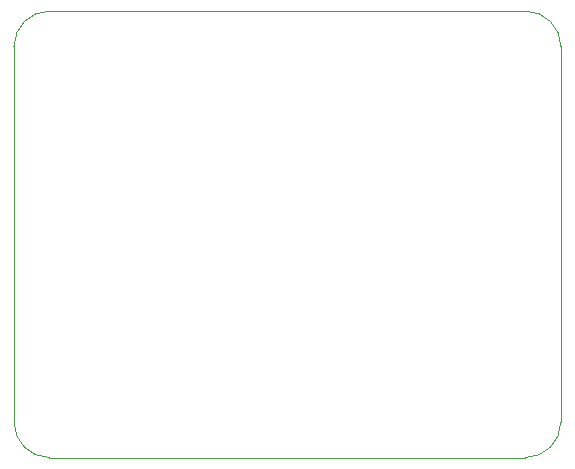
<source format=gbr>
%TF.GenerationSoftware,KiCad,Pcbnew,8.0.4*%
%TF.CreationDate,2024-09-04T12:44:35+09:00*%
%TF.ProjectId,servo_supply,73657276-6f5f-4737-9570-706c792e6b69,rev?*%
%TF.SameCoordinates,Original*%
%TF.FileFunction,Profile,NP*%
%FSLAX46Y46*%
G04 Gerber Fmt 4.6, Leading zero omitted, Abs format (unit mm)*
G04 Created by KiCad (PCBNEW 8.0.4) date 2024-09-04 12:44:35*
%MOMM*%
%LPD*%
G01*
G04 APERTURE LIST*
%TA.AperFunction,Profile*%
%ADD10C,0.050000*%
%TD*%
G04 APERTURE END LIST*
D10*
X140400000Y-72200000D02*
X180700000Y-72200000D01*
X180700000Y-72200000D02*
G75*
G02*
X183700000Y-75200000I0J-3000000D01*
G01*
X137400000Y-107000000D02*
X137400000Y-75200000D01*
X183700000Y-75200000D02*
X183700000Y-107000000D01*
X183700000Y-107000000D02*
G75*
G02*
X180700000Y-110000000I-3000000J0D01*
G01*
X140400000Y-110000000D02*
G75*
G02*
X137400000Y-107000000I0J3000000D01*
G01*
X180700000Y-110000000D02*
X140400000Y-110000000D01*
X137400000Y-75200000D02*
G75*
G02*
X140400000Y-72200000I3000000J0D01*
G01*
M02*

</source>
